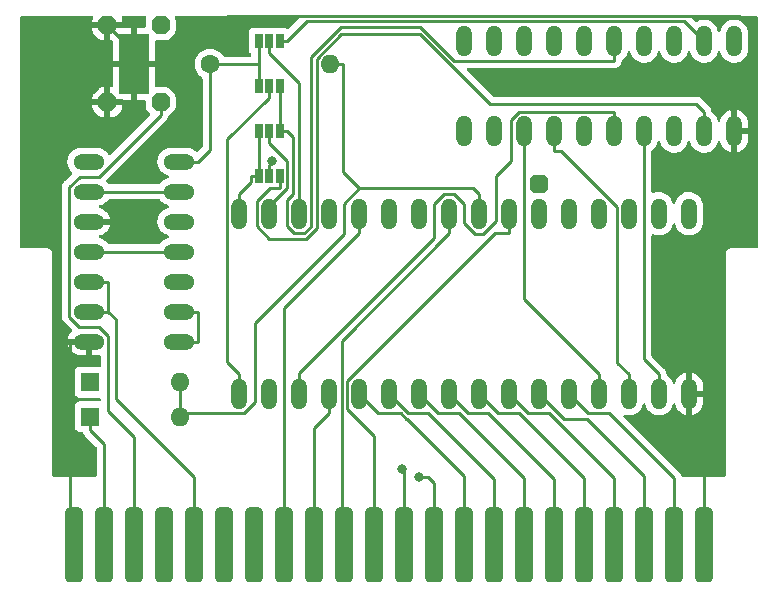
<source format=gbl>
G04 #@! TF.GenerationSoftware,KiCad,Pcbnew,(6.0.5)*
G04 #@! TF.CreationDate,2022-12-14T22:57:53+01:00*
G04 #@! TF.ProjectId,MDCC_512k,4d444343-5f35-4313-926b-2e6b69636164,C*
G04 #@! TF.SameCoordinates,Original*
G04 #@! TF.FileFunction,Copper,L2,Bot*
G04 #@! TF.FilePolarity,Positive*
%FSLAX46Y46*%
G04 Gerber Fmt 4.6, Leading zero omitted, Abs format (unit mm)*
G04 Created by KiCad (PCBNEW (6.0.5)) date 2022-12-14 22:57:53*
%MOMM*%
%LPD*%
G01*
G04 APERTURE LIST*
G04 Aperture macros list*
%AMRoundRect*
0 Rectangle with rounded corners*
0 $1 Rounding radius*
0 $2 $3 $4 $5 $6 $7 $8 $9 X,Y pos of 4 corners*
0 Add a 4 corners polygon primitive as box body*
4,1,4,$2,$3,$4,$5,$6,$7,$8,$9,$2,$3,0*
0 Add four circle primitives for the rounded corners*
1,1,$1+$1,$2,$3*
1,1,$1+$1,$4,$5*
1,1,$1+$1,$6,$7*
1,1,$1+$1,$8,$9*
0 Add four rect primitives between the rounded corners*
20,1,$1+$1,$2,$3,$4,$5,0*
20,1,$1+$1,$4,$5,$6,$7,0*
20,1,$1+$1,$6,$7,$8,$9,0*
20,1,$1+$1,$8,$9,$2,$3,0*%
%AMOutline5P*
0 Free polygon, 5 corners , with rotation*
0 The origin of the aperture is its center*
0 number of corners: always 5*
0 $1 to $10 corner X, Y*
0 $11 Rotation angle, in degrees counterclockwise*
0 create outline with 5 corners*
4,1,5,$1,$2,$3,$4,$5,$6,$7,$8,$9,$10,$1,$2,$11*%
%AMOutline6P*
0 Free polygon, 6 corners , with rotation*
0 The origin of the aperture is its center*
0 number of corners: always 6*
0 $1 to $12 corner X, Y*
0 $13 Rotation angle, in degrees counterclockwise*
0 create outline with 6 corners*
4,1,6,$1,$2,$3,$4,$5,$6,$7,$8,$9,$10,$11,$12,$1,$2,$13*%
%AMOutline7P*
0 Free polygon, 7 corners , with rotation*
0 The origin of the aperture is its center*
0 number of corners: always 7*
0 $1 to $14 corner X, Y*
0 $15 Rotation angle, in degrees counterclockwise*
0 create outline with 7 corners*
4,1,7,$1,$2,$3,$4,$5,$6,$7,$8,$9,$10,$11,$12,$13,$14,$1,$2,$15*%
%AMOutline8P*
0 Free polygon, 8 corners , with rotation*
0 The origin of the aperture is its center*
0 number of corners: always 8*
0 $1 to $16 corner X, Y*
0 $17 Rotation angle, in degrees counterclockwise*
0 create outline with 8 corners*
4,1,8,$1,$2,$3,$4,$5,$6,$7,$8,$9,$10,$11,$12,$13,$14,$15,$16,$1,$2,$17*%
G04 Aperture macros list end*
G04 #@! TA.AperFunction,ComponentPad*
%ADD10O,1.320800X2.641600*%
G04 #@! TD*
G04 #@! TA.AperFunction,SMDPad,CuDef*
%ADD11RoundRect,0.381000X-0.381000X-2.794000X0.381000X-2.794000X0.381000X2.794000X-0.381000X2.794000X0*%
G04 #@! TD*
G04 #@! TA.AperFunction,ComponentPad*
%ADD12R,1.600000X1.600000*%
G04 #@! TD*
G04 #@! TA.AperFunction,ComponentPad*
%ADD13O,1.600000X1.600000*%
G04 #@! TD*
G04 #@! TA.AperFunction,ComponentPad*
%ADD14O,2.641600X1.320800*%
G04 #@! TD*
G04 #@! TA.AperFunction,ComponentPad*
%ADD15C,1.600000*%
G04 #@! TD*
G04 #@! TA.AperFunction,ComponentPad*
%ADD16Outline8P,-0.800100X0.400050X-0.400050X0.800100X0.400050X0.800100X0.800100X0.400050X0.800100X-0.400050X0.400050X-0.800100X-0.400050X-0.800100X-0.800100X-0.400050X0.000000*%
G04 #@! TD*
G04 #@! TA.AperFunction,ComponentPad*
%ADD17Outline8P,-0.762000X0.381000X-0.381000X0.762000X0.381000X0.762000X0.762000X0.381000X0.762000X-0.381000X0.381000X-0.762000X-0.381000X-0.762000X-0.762000X-0.381000X270.000000*%
G04 #@! TD*
G04 #@! TA.AperFunction,SMDPad,CuDef*
%ADD18R,0.635000X1.270000*%
G04 #@! TD*
G04 #@! TA.AperFunction,SMDPad,CuDef*
%ADD19R,2.540000X5.080000*%
G04 #@! TD*
G04 #@! TA.AperFunction,ViaPad*
%ADD20C,0.800000*%
G04 #@! TD*
G04 #@! TA.AperFunction,Conductor*
%ADD21C,0.250000*%
G04 #@! TD*
G04 APERTURE END LIST*
D10*
X135801100Y-112993600D03*
X138341100Y-112993600D03*
X140881100Y-112993600D03*
X143421100Y-112993600D03*
X145961100Y-112993600D03*
X148501100Y-112993600D03*
X151041100Y-112993600D03*
X153581100Y-112993600D03*
X156121100Y-112993600D03*
X158661100Y-112993600D03*
X161201100Y-112993600D03*
X163741100Y-112993600D03*
X166281100Y-112993600D03*
X168821100Y-112993600D03*
X171361100Y-112993600D03*
X173901100Y-112993600D03*
X173901100Y-97753600D03*
X171361100Y-97753600D03*
X168821100Y-97753600D03*
X166281100Y-97753600D03*
X163741100Y-97753600D03*
X161201100Y-97753600D03*
X158661100Y-97753600D03*
X156121100Y-97753600D03*
X153581100Y-97753600D03*
X151041100Y-97753600D03*
X148501100Y-97753600D03*
X145961100Y-97753600D03*
X143421100Y-97753600D03*
X140881100Y-97753600D03*
X138341100Y-97753600D03*
X135801100Y-97753600D03*
D11*
X121841100Y-125828600D03*
X124381100Y-125828600D03*
X126921100Y-125828600D03*
X129461100Y-125828600D03*
X132001100Y-125828600D03*
X134541100Y-125828600D03*
X137081100Y-125828600D03*
X139621100Y-125828600D03*
X142161100Y-125828600D03*
X144701100Y-125828600D03*
X147241100Y-125828600D03*
X149781100Y-125828600D03*
X152321100Y-125828600D03*
X154861100Y-125828600D03*
X157401100Y-125828600D03*
X159941100Y-125828600D03*
X162481100Y-125828600D03*
X165021100Y-125828600D03*
X167561100Y-125828600D03*
X170101100Y-125828600D03*
X172641100Y-125828600D03*
X175181100Y-125828600D03*
D12*
X123190000Y-114935000D03*
D13*
X130810000Y-114935000D03*
D12*
X123190000Y-112020000D03*
D13*
X130810000Y-112020000D03*
D14*
X123101100Y-93345000D03*
X123101100Y-95885000D03*
X123101100Y-98425000D03*
X123101100Y-100965000D03*
X123101100Y-103505000D03*
X123101100Y-106045000D03*
X123101100Y-108585000D03*
X130721100Y-108585000D03*
X130721100Y-106045000D03*
X130721100Y-103505000D03*
X130721100Y-100965000D03*
X130721100Y-98425000D03*
X130721100Y-95885000D03*
X130721100Y-93345000D03*
D15*
X133350000Y-85090000D03*
D13*
X143510000Y-85090000D03*
D16*
X161201100Y-95213600D03*
D10*
X154851100Y-90768600D03*
X157391100Y-90768600D03*
X159931100Y-90768600D03*
X162471100Y-90768600D03*
X165011100Y-90768600D03*
X167551100Y-90768600D03*
X170091100Y-90768600D03*
X172631100Y-90768600D03*
X175171100Y-90768600D03*
X177711100Y-90768600D03*
X177711100Y-83148600D03*
X175171100Y-83148600D03*
X172631100Y-83148600D03*
X170091100Y-83148600D03*
X167551100Y-83148600D03*
X165011100Y-83148600D03*
X162471100Y-83148600D03*
X159931100Y-83148600D03*
X157391100Y-83148600D03*
X154851100Y-83148600D03*
D17*
X129161100Y-81803600D03*
X129161100Y-88303600D03*
X124661100Y-81803600D03*
X124661100Y-88303600D03*
D18*
X137452100Y-94578600D03*
X138341100Y-94578600D03*
X139230100Y-94578600D03*
X137452100Y-90768600D03*
X138341100Y-90768600D03*
X139230100Y-90768600D03*
D19*
X126911100Y-85053600D03*
D18*
X137452100Y-83148600D03*
X138341100Y-83148600D03*
X139230100Y-83148600D03*
X137452100Y-86958600D03*
X138341100Y-86958600D03*
X139230100Y-86958600D03*
D20*
X151019000Y-120015000D03*
X149611500Y-119336900D03*
X138558700Y-93314900D03*
D21*
X126911100Y-83861200D02*
X126718700Y-83861200D01*
X126718700Y-83861200D02*
X124661100Y-81803600D01*
X124699700Y-88265000D02*
X124661100Y-88303600D01*
X126911100Y-88265000D02*
X124699700Y-88265000D01*
X126911100Y-85053600D02*
X126911100Y-88265000D01*
X128139900Y-85090000D02*
X126911100Y-83861200D01*
X130810000Y-85090000D02*
X128139900Y-85090000D01*
X176722200Y-86802800D02*
X179070000Y-84455000D01*
X134881920Y-81018080D02*
X130810000Y-85090000D01*
X179070000Y-84455000D02*
X179070000Y-81915000D01*
X176722200Y-88130400D02*
X176722200Y-86802800D01*
X177711100Y-89119300D02*
X176722200Y-88130400D01*
X178173080Y-81018080D02*
X134881920Y-81018080D01*
X177711100Y-90768600D02*
X177711100Y-89119300D01*
X179070000Y-81915000D02*
X178173080Y-81018080D01*
X121451800Y-125439300D02*
X121841100Y-125828600D01*
X175181100Y-119936100D02*
X175181100Y-125828600D01*
X173901100Y-112993600D02*
X173901100Y-118656100D01*
X173901100Y-118656100D02*
X175181100Y-119936100D01*
X126911100Y-85053600D02*
X126911100Y-83861200D01*
X121451800Y-108585000D02*
X121451800Y-125439300D01*
X177711100Y-99385100D02*
X177711100Y-90768600D01*
X123101100Y-108585000D02*
X121451800Y-108585000D01*
X173901100Y-112993600D02*
X173901100Y-103195100D01*
X173901100Y-103195100D02*
X177711100Y-99385100D01*
X137452100Y-85090000D02*
X133350000Y-85090000D01*
X136806100Y-95099300D02*
X136806100Y-94578600D01*
X133350000Y-92365400D02*
X132370400Y-93345000D01*
X137452100Y-91732100D02*
X137452100Y-93615100D01*
X137452100Y-90768600D02*
X137452100Y-91732100D01*
X135801100Y-97753600D02*
X135801100Y-96104300D01*
X135801100Y-96104300D02*
X136806100Y-95099300D01*
X137452100Y-85090000D02*
X137452100Y-83148600D01*
X130721100Y-93345000D02*
X132370400Y-93345000D01*
X137452100Y-94096800D02*
X137452100Y-93615100D01*
X137452100Y-94578600D02*
X136806100Y-94578600D01*
X133350000Y-85090000D02*
X133350000Y-92365400D01*
X137452100Y-94096800D02*
X137452100Y-94578600D01*
X137452100Y-86958600D02*
X137452100Y-85090000D01*
X143510000Y-85090000D02*
X144638500Y-85090000D01*
X144691100Y-99513900D02*
X137187000Y-107018000D01*
X130810000Y-114651300D02*
X130810000Y-114935000D01*
X156121100Y-97753600D02*
X156121100Y-96104300D01*
X136202500Y-114651300D02*
X130810000Y-114651300D01*
X144638500Y-94224100D02*
X145998700Y-95584300D01*
X144638500Y-85090000D02*
X144638500Y-94224100D01*
X145998700Y-95584300D02*
X144691100Y-96891900D01*
X156121100Y-96104300D02*
X155601100Y-95584300D01*
X130810000Y-112020000D02*
X130810000Y-114651300D01*
X144691100Y-96891900D02*
X144691100Y-99513900D01*
X137187000Y-113666800D02*
X136202500Y-114651300D01*
X137187000Y-107018000D02*
X137187000Y-113666800D01*
X155601100Y-95584300D02*
X145998700Y-95584300D01*
X124381100Y-117254600D02*
X124381100Y-125828600D01*
X123190000Y-116063500D02*
X124381100Y-117254600D01*
X123190000Y-114935000D02*
X123190000Y-116063500D01*
X130721100Y-95885000D02*
X123101100Y-95885000D01*
X130721100Y-100965000D02*
X123101100Y-100965000D01*
X130721100Y-108585000D02*
X132370400Y-108585000D01*
X130721100Y-106045000D02*
X132370400Y-106045000D01*
X132370400Y-106045000D02*
X132370400Y-108585000D01*
X125391800Y-106686400D02*
X124750400Y-106045000D01*
X132001100Y-120015000D02*
X125391800Y-113405700D01*
X132001100Y-125828600D02*
X132001100Y-120015000D01*
X125391800Y-113405700D02*
X125391800Y-106686400D01*
X124750400Y-106045000D02*
X124750400Y-103505000D01*
X123101100Y-103505000D02*
X124750400Y-103505000D01*
X124637000Y-106045000D02*
X124750400Y-106045000D01*
X123101100Y-106045000D02*
X124637000Y-106045000D01*
X139876200Y-93267200D02*
X139876200Y-95539000D01*
X138341100Y-90768600D02*
X138341100Y-91732100D01*
X138341100Y-91732100D02*
X139876200Y-93267200D01*
X139876200Y-95539000D02*
X138341100Y-97074100D01*
X138341100Y-97074100D02*
X138341100Y-97753600D01*
X138341100Y-83148600D02*
X138341100Y-84112100D01*
X138341100Y-84112100D02*
X140881100Y-86652100D01*
X140881100Y-86652100D02*
X140881100Y-97753600D01*
X145961100Y-97753600D02*
X145961100Y-99402900D01*
X139621100Y-125828600D02*
X139621100Y-105742900D01*
X139621100Y-105742900D02*
X145961100Y-99402900D01*
X151765000Y-120015000D02*
X152321100Y-120571100D01*
X152321100Y-120571100D02*
X152321100Y-125828600D01*
X151019000Y-120015000D02*
X151765000Y-120015000D01*
X149781100Y-119506500D02*
X149611500Y-119336900D01*
X149781100Y-125828600D02*
X149781100Y-119506500D01*
X153581100Y-97753600D02*
X153581100Y-99402900D01*
X144482800Y-125610300D02*
X144482800Y-108501200D01*
X144482800Y-108501200D02*
X153581100Y-99402900D01*
X144701100Y-125828600D02*
X144482800Y-125610300D01*
X144941500Y-114313400D02*
X144941500Y-111953400D01*
X147241100Y-116613000D02*
X144941500Y-114313400D01*
X147241100Y-125828600D02*
X147241100Y-116613000D01*
X158661100Y-97753600D02*
X158661100Y-99402900D01*
X157492000Y-99402900D02*
X158661100Y-99402900D01*
X144941500Y-111953400D02*
X157492000Y-99402900D01*
X170091100Y-90768600D02*
X170091100Y-110074300D01*
X171361100Y-112993600D02*
X171361100Y-111344300D01*
X170091100Y-110074300D02*
X171361100Y-111344300D01*
X162471100Y-92417900D02*
X163059200Y-92417900D01*
X168821100Y-112993600D02*
X168821100Y-111344300D01*
X162471100Y-90768600D02*
X162471100Y-92417900D01*
X163059200Y-92417900D02*
X167832200Y-97190900D01*
X167832200Y-97190900D02*
X167832200Y-110355400D01*
X167832200Y-110355400D02*
X168821100Y-111344300D01*
X166281100Y-112993600D02*
X166281100Y-111344300D01*
X159931100Y-90768600D02*
X159931100Y-104994300D01*
X159931100Y-104994300D02*
X166281100Y-111344300D01*
X165389620Y-114642120D02*
X163741100Y-112993600D01*
X172641100Y-125828600D02*
X172641100Y-120152000D01*
X167131220Y-114642120D02*
X165389620Y-114642120D01*
X172641100Y-120152000D02*
X167131220Y-114642120D01*
X165259840Y-115094840D02*
X163302340Y-115094840D01*
X170101100Y-125828600D02*
X170101100Y-119936100D01*
X163302340Y-115094840D02*
X161201100Y-112993600D01*
X170101100Y-119936100D02*
X165259840Y-115094840D01*
X160309620Y-114642120D02*
X158661100Y-112993600D01*
X167561100Y-125828600D02*
X167561100Y-120152000D01*
X167561100Y-120152000D02*
X162051220Y-114642120D01*
X162051220Y-114642120D02*
X160309620Y-114642120D01*
X157769620Y-114642120D02*
X156121100Y-112993600D01*
X159511220Y-114642120D02*
X157769620Y-114642120D01*
X165021100Y-120152000D02*
X159511220Y-114642120D01*
X165021100Y-125828600D02*
X165021100Y-120152000D01*
X156920420Y-114642120D02*
X155229620Y-114642120D01*
X155229620Y-114642120D02*
X153581100Y-112993600D01*
X162481100Y-120202800D02*
X156920420Y-114642120D01*
X162481100Y-125828600D02*
X162481100Y-120202800D01*
X154431220Y-114642120D02*
X152689620Y-114642120D01*
X159941100Y-120152000D02*
X154431220Y-114642120D01*
X152689620Y-114642120D02*
X151041100Y-112993600D01*
X159941100Y-125828600D02*
X159941100Y-120152000D01*
X157401100Y-120202800D02*
X151840420Y-114642120D01*
X150149620Y-114642120D02*
X148501100Y-112993600D01*
X157401100Y-125828600D02*
X157401100Y-120202800D01*
X151840420Y-114642120D02*
X150149620Y-114642120D01*
X149962097Y-115094839D02*
X149509378Y-114642120D01*
X154861100Y-119936100D02*
X150019840Y-115094840D01*
X154861100Y-125828600D02*
X154861100Y-119936100D01*
X150019840Y-115094840D02*
X149962097Y-115094839D01*
X147609620Y-114642120D02*
X145961100Y-112993600D01*
X149509378Y-114642120D02*
X147609620Y-114642120D01*
X142161100Y-125828600D02*
X142161100Y-115902900D01*
X143421100Y-112993600D02*
X143421100Y-114642900D01*
X142161100Y-115902900D02*
X143421100Y-114642900D01*
X140881100Y-111207100D02*
X140881100Y-112993600D01*
X158821600Y-93310800D02*
X157551600Y-94580800D01*
X158821600Y-89811100D02*
X158821600Y-93310800D01*
X152311100Y-99777100D02*
X140881100Y-111207100D01*
X159513400Y-89119300D02*
X158821600Y-89811100D01*
X157551600Y-98384800D02*
X156483900Y-99452500D01*
X154851100Y-96904000D02*
X154037800Y-96090700D01*
X157551600Y-94580800D02*
X157551600Y-98384800D01*
X167551100Y-89119300D02*
X159513400Y-89119300D01*
X153185000Y-96090700D02*
X152311100Y-96964600D01*
X154851100Y-98555000D02*
X154851100Y-96904000D01*
X167551100Y-90768600D02*
X167551100Y-89119300D01*
X156483900Y-99452500D02*
X155748600Y-99452500D01*
X154037800Y-96090700D02*
X153185000Y-96090700D01*
X155748600Y-99452500D02*
X154851100Y-98555000D01*
X152311100Y-96964600D02*
X152311100Y-99777100D01*
X138341100Y-93615100D02*
X138558700Y-93397500D01*
X138341100Y-94578600D02*
X138341100Y-93615100D01*
X138558700Y-93397500D02*
X138558700Y-93314900D01*
X135801100Y-112993600D02*
X135801100Y-111344300D01*
X138341100Y-86958600D02*
X138341100Y-87922100D01*
X134793400Y-110336600D02*
X135801100Y-111344300D01*
X138341100Y-87922100D02*
X134793400Y-91469800D01*
X134793400Y-91469800D02*
X134793400Y-110336600D01*
X140358500Y-91251000D02*
X140358500Y-96075400D01*
X140451600Y-99403000D02*
X141306100Y-99403000D01*
X144430980Y-81923520D02*
X151138520Y-81923520D01*
X141870700Y-84483800D02*
X144430980Y-81923520D01*
X139876100Y-90768600D02*
X140358500Y-91251000D01*
X139230100Y-90768600D02*
X139876100Y-90768600D01*
X140358500Y-96075400D02*
X139875900Y-96558000D01*
X139875900Y-96558000D02*
X139875900Y-98827300D01*
X167551100Y-84797900D02*
X167551100Y-83148600D01*
X151138520Y-81923520D02*
X154012900Y-84797900D01*
X141306100Y-99403000D02*
X141870700Y-98838400D01*
X139230100Y-86958600D02*
X139230100Y-90768600D01*
X141870700Y-98838400D02*
X141870700Y-84483800D01*
X154012900Y-84797900D02*
X167551100Y-84797900D01*
X139875900Y-98827300D02*
X140451600Y-99403000D01*
X141553900Y-81470800D02*
X173493300Y-81470800D01*
X139230100Y-83148600D02*
X139876100Y-83148600D01*
X139876100Y-83148600D02*
X141553900Y-81470800D01*
X173493300Y-81470800D02*
X175171100Y-83148600D01*
X142382289Y-84622886D02*
X142382289Y-98991111D01*
X174529700Y-88477900D02*
X157052658Y-88477900D01*
X175171100Y-90768600D02*
X175171100Y-89119300D01*
X175171100Y-89119300D02*
X174529700Y-88477900D01*
X144455175Y-82550000D02*
X142382289Y-84622886D01*
X157052658Y-88477900D02*
X151124758Y-82550000D01*
X138381200Y-99875900D02*
X137343100Y-98837800D01*
X151124758Y-82550000D02*
X144455175Y-82550000D01*
X138453300Y-95542100D02*
X139230100Y-95542100D01*
X137343100Y-98837800D02*
X137343100Y-96652300D01*
X142382289Y-98991111D02*
X141497500Y-99875900D01*
X137343100Y-96652300D02*
X138453300Y-95542100D01*
X139230100Y-95542100D02*
X139230100Y-94578600D01*
X141497500Y-99875900D02*
X138381200Y-99875900D01*
X124750400Y-114461700D02*
X126921100Y-116632400D01*
X123922400Y-107315000D02*
X124750400Y-108143000D01*
X126921100Y-116632400D02*
X126921100Y-125828600D01*
X122287400Y-107315000D02*
X123922400Y-107315000D01*
X122307500Y-94615000D02*
X121434300Y-95488200D01*
X129161100Y-88303600D02*
X129161100Y-89395400D01*
X121434300Y-95488200D02*
X121434300Y-106461900D01*
X123941500Y-94615000D02*
X122307500Y-94615000D01*
X129161100Y-89395400D02*
X123941500Y-94615000D01*
X124750400Y-108143000D02*
X124750400Y-114461700D01*
X121434300Y-106461900D02*
X122287400Y-107315000D01*
G04 #@! TA.AperFunction,Conductor*
G36*
X179684721Y-81032102D02*
G01*
X179731214Y-81085758D01*
X179742600Y-81138100D01*
X179742600Y-100559100D01*
X179722598Y-100627221D01*
X179668942Y-100673714D01*
X179616600Y-100685100D01*
X177509723Y-100685100D01*
X177508953Y-100685098D01*
X177508137Y-100685093D01*
X177431379Y-100684624D01*
X177409018Y-100691015D01*
X177402947Y-100692750D01*
X177386185Y-100696328D01*
X177356913Y-100700520D01*
X177348745Y-100704234D01*
X177348744Y-100704234D01*
X177333538Y-100711148D01*
X177316014Y-100717596D01*
X177291329Y-100724651D01*
X177283735Y-100729443D01*
X177283732Y-100729444D01*
X177266320Y-100740430D01*
X177251237Y-100748569D01*
X177224318Y-100760808D01*
X177217516Y-100766669D01*
X177204865Y-100777570D01*
X177189861Y-100788673D01*
X177168142Y-100802376D01*
X177162203Y-100809101D01*
X177162199Y-100809104D01*
X177148568Y-100824538D01*
X177136376Y-100836582D01*
X177120773Y-100850027D01*
X177120771Y-100850030D01*
X177113973Y-100855887D01*
X177109093Y-100863416D01*
X177109092Y-100863417D01*
X177100006Y-100877435D01*
X177088715Y-100892309D01*
X177077669Y-100904817D01*
X177071722Y-100911551D01*
X177065412Y-100924991D01*
X177059158Y-100938311D01*
X177050837Y-100953291D01*
X177039629Y-100970583D01*
X177039627Y-100970588D01*
X177034748Y-100978115D01*
X177032178Y-100986708D01*
X177032176Y-100986713D01*
X177027389Y-101002720D01*
X177020728Y-101020164D01*
X177013633Y-101035276D01*
X177009819Y-101043400D01*
X177008438Y-101052267D01*
X177008438Y-101052268D01*
X177005270Y-101072615D01*
X177001487Y-101089332D01*
X176995585Y-101109066D01*
X176995584Y-101109072D01*
X176993014Y-101117666D01*
X176992959Y-101126637D01*
X176992959Y-101126638D01*
X176992804Y-101152097D01*
X176992771Y-101152889D01*
X176992600Y-101153986D01*
X176992600Y-101184977D01*
X176992598Y-101185747D01*
X176992124Y-101263321D01*
X176992508Y-101264665D01*
X176992600Y-101266010D01*
X176992600Y-119889000D01*
X176972598Y-119957121D01*
X176918942Y-120003614D01*
X176866600Y-120015000D01*
X173355594Y-120015000D01*
X173287473Y-119994998D01*
X173240980Y-119941342D01*
X173234600Y-119924160D01*
X173227118Y-119898407D01*
X173223085Y-119891588D01*
X173223083Y-119891583D01*
X173216807Y-119880972D01*
X173208112Y-119863224D01*
X173200652Y-119844383D01*
X173181677Y-119818265D01*
X173174664Y-119808613D01*
X173168148Y-119798693D01*
X173149680Y-119767465D01*
X173149678Y-119767462D01*
X173145642Y-119760638D01*
X173131321Y-119746317D01*
X173118480Y-119731283D01*
X173117193Y-119729512D01*
X173106572Y-119714893D01*
X173072495Y-119686702D01*
X173063716Y-119678712D01*
X168378047Y-114993042D01*
X168344021Y-114930730D01*
X168349086Y-114859915D01*
X168391633Y-114803079D01*
X168458153Y-114778268D01*
X168491723Y-114780368D01*
X168692726Y-114820350D01*
X168692729Y-114820350D01*
X168698393Y-114821477D01*
X168704168Y-114821553D01*
X168704172Y-114821553D01*
X168811845Y-114822962D01*
X168913204Y-114824289D01*
X168918901Y-114823310D01*
X168918902Y-114823310D01*
X169119233Y-114788887D01*
X169119234Y-114788887D01*
X169124930Y-114787908D01*
X169326480Y-114713552D01*
X169511106Y-114603712D01*
X169515446Y-114599906D01*
X169515450Y-114599903D01*
X169668282Y-114465872D01*
X169672623Y-114462065D01*
X169694324Y-114434538D01*
X169802045Y-114297893D01*
X169805622Y-114293356D01*
X169808459Y-114287965D01*
X169902958Y-114108351D01*
X169905650Y-114103235D01*
X169969355Y-113898069D01*
X169969462Y-113897163D01*
X170002439Y-113836079D01*
X170064588Y-113801757D01*
X170135427Y-113806483D01*
X170192465Y-113848758D01*
X170213228Y-113890546D01*
X170265162Y-114074691D01*
X170267715Y-114079868D01*
X170267717Y-114079873D01*
X170348470Y-114243622D01*
X170360179Y-114267365D01*
X170488716Y-114439498D01*
X170492950Y-114443412D01*
X170492952Y-114443414D01*
X170641800Y-114581007D01*
X170646470Y-114585324D01*
X170828157Y-114699960D01*
X171027692Y-114779566D01*
X171033352Y-114780692D01*
X171033356Y-114780693D01*
X171232726Y-114820350D01*
X171232729Y-114820350D01*
X171238393Y-114821477D01*
X171244168Y-114821553D01*
X171244172Y-114821553D01*
X171351845Y-114822962D01*
X171453204Y-114824289D01*
X171458901Y-114823310D01*
X171458902Y-114823310D01*
X171659233Y-114788887D01*
X171659234Y-114788887D01*
X171664930Y-114787908D01*
X171866480Y-114713552D01*
X172051106Y-114603712D01*
X172055446Y-114599906D01*
X172055450Y-114599903D01*
X172208282Y-114465872D01*
X172212623Y-114462065D01*
X172234324Y-114434538D01*
X172342045Y-114297893D01*
X172345622Y-114293356D01*
X172348459Y-114287965D01*
X172442958Y-114108351D01*
X172445650Y-114103235D01*
X172509355Y-113898069D01*
X172509559Y-113896344D01*
X172542668Y-113835023D01*
X172604818Y-113800704D01*
X172675657Y-113805435D01*
X172732693Y-113847712D01*
X172753452Y-113889496D01*
X172804062Y-114068947D01*
X172808187Y-114079694D01*
X172898052Y-114261922D01*
X172904062Y-114271730D01*
X173025636Y-114434538D01*
X173033325Y-114443078D01*
X173182536Y-114581007D01*
X173191661Y-114588008D01*
X173363501Y-114696431D01*
X173373749Y-114701652D01*
X173562467Y-114776943D01*
X173573503Y-114780212D01*
X173629330Y-114791317D01*
X173642206Y-114790165D01*
X173646183Y-114777848D01*
X174155100Y-114777848D01*
X174158906Y-114790810D01*
X174173822Y-114792746D01*
X174199103Y-114788402D01*
X174210223Y-114785422D01*
X174400848Y-114715097D01*
X174411226Y-114710147D01*
X174585843Y-114606261D01*
X174595155Y-114599495D01*
X174747918Y-114465526D01*
X174755835Y-114457183D01*
X174881623Y-114297622D01*
X174887894Y-114287965D01*
X174982494Y-114108160D01*
X174986899Y-114097526D01*
X175047151Y-113903482D01*
X175049543Y-113892228D01*
X175069064Y-113727302D01*
X175069500Y-113719899D01*
X175069500Y-113265715D01*
X175065025Y-113250476D01*
X175063635Y-113249271D01*
X175055952Y-113247600D01*
X174173215Y-113247600D01*
X174157976Y-113252075D01*
X174156771Y-113253465D01*
X174155100Y-113261148D01*
X174155100Y-114777848D01*
X173646183Y-114777848D01*
X173647100Y-114775009D01*
X173647100Y-112721485D01*
X174155100Y-112721485D01*
X174159575Y-112736724D01*
X174160965Y-112737929D01*
X174168648Y-112739600D01*
X175051385Y-112739600D01*
X175066624Y-112735125D01*
X175067829Y-112733735D01*
X175069500Y-112726052D01*
X175069500Y-112281619D01*
X175069234Y-112275830D01*
X175055386Y-112125121D01*
X175053288Y-112113800D01*
X174998138Y-111918253D01*
X174994013Y-111907506D01*
X174904148Y-111725278D01*
X174898138Y-111715470D01*
X174776564Y-111552662D01*
X174768875Y-111544122D01*
X174619664Y-111406193D01*
X174610539Y-111399192D01*
X174438699Y-111290769D01*
X174428451Y-111285548D01*
X174239733Y-111210257D01*
X174228697Y-111206988D01*
X174172870Y-111195883D01*
X174159994Y-111197035D01*
X174155100Y-111212191D01*
X174155100Y-112721485D01*
X173647100Y-112721485D01*
X173647100Y-111209352D01*
X173643294Y-111196390D01*
X173628378Y-111194454D01*
X173603097Y-111198798D01*
X173591977Y-111201778D01*
X173401352Y-111272103D01*
X173390974Y-111277053D01*
X173216357Y-111380939D01*
X173207045Y-111387705D01*
X173054282Y-111521674D01*
X173046365Y-111530017D01*
X172920577Y-111689578D01*
X172914306Y-111699235D01*
X172819706Y-111879040D01*
X172815301Y-111889674D01*
X172755047Y-112083723D01*
X172753779Y-112089690D01*
X172720049Y-112152163D01*
X172657899Y-112186482D01*
X172587060Y-112181753D01*
X172530023Y-112139476D01*
X172509265Y-112097694D01*
X172457038Y-111912509D01*
X172362021Y-111719835D01*
X172233484Y-111547702D01*
X172229248Y-111543786D01*
X172079970Y-111405795D01*
X172079967Y-111405793D01*
X172075730Y-111401876D01*
X172053270Y-111387705D01*
X172051725Y-111386730D01*
X172004786Y-111333463D01*
X171993022Y-111284128D01*
X171992022Y-111252330D01*
X171991773Y-111244410D01*
X171986122Y-111224958D01*
X171982114Y-111205606D01*
X171980968Y-111196537D01*
X171979574Y-111185503D01*
X171976656Y-111178132D01*
X171963300Y-111144397D01*
X171959455Y-111133170D01*
X171958821Y-111130987D01*
X171947118Y-111090707D01*
X171943082Y-111083882D01*
X171943081Y-111083879D01*
X171936806Y-111073268D01*
X171928110Y-111055518D01*
X171923572Y-111044056D01*
X171923569Y-111044051D01*
X171920652Y-111036683D01*
X171898860Y-111006688D01*
X171894673Y-111000925D01*
X171888157Y-110991007D01*
X171869675Y-110959757D01*
X171865642Y-110952937D01*
X171851318Y-110938613D01*
X171838476Y-110923578D01*
X171831231Y-110913606D01*
X171826572Y-110907193D01*
X171792506Y-110879011D01*
X171783727Y-110871022D01*
X170761505Y-109848800D01*
X170727479Y-109786488D01*
X170724600Y-109759705D01*
X170724600Y-99604571D01*
X170744602Y-99536450D01*
X170798258Y-99489957D01*
X170868532Y-99479853D01*
X170897289Y-99487541D01*
X171027692Y-99539566D01*
X171033352Y-99540692D01*
X171033356Y-99540693D01*
X171232726Y-99580350D01*
X171232729Y-99580350D01*
X171238393Y-99581477D01*
X171244168Y-99581553D01*
X171244172Y-99581553D01*
X171351845Y-99582962D01*
X171453204Y-99584289D01*
X171458901Y-99583310D01*
X171458902Y-99583310D01*
X171659233Y-99548887D01*
X171659234Y-99548887D01*
X171664930Y-99547908D01*
X171866480Y-99473552D01*
X172051106Y-99363712D01*
X172055446Y-99359906D01*
X172055450Y-99359903D01*
X172208282Y-99225872D01*
X172212623Y-99222065D01*
X172237661Y-99190305D01*
X172281460Y-99134745D01*
X172345622Y-99053356D01*
X172362022Y-99022186D01*
X172442958Y-98868351D01*
X172445650Y-98863235D01*
X172509355Y-98658069D01*
X172509462Y-98657163D01*
X172542439Y-98596079D01*
X172604588Y-98561757D01*
X172675427Y-98566483D01*
X172732465Y-98608758D01*
X172753228Y-98650546D01*
X172805162Y-98834691D01*
X172807715Y-98839868D01*
X172807717Y-98839873D01*
X172868240Y-98962599D01*
X172900179Y-99027365D01*
X173028716Y-99199498D01*
X173032950Y-99203412D01*
X173032952Y-99203414D01*
X173140785Y-99303093D01*
X173186470Y-99345324D01*
X173368157Y-99459960D01*
X173373521Y-99462100D01*
X173523758Y-99522038D01*
X173567692Y-99539566D01*
X173573352Y-99540692D01*
X173573356Y-99540693D01*
X173772726Y-99580350D01*
X173772729Y-99580350D01*
X173778393Y-99581477D01*
X173784168Y-99581553D01*
X173784172Y-99581553D01*
X173891845Y-99582962D01*
X173993204Y-99584289D01*
X173998901Y-99583310D01*
X173998902Y-99583310D01*
X174199233Y-99548887D01*
X174199234Y-99548887D01*
X174204930Y-99547908D01*
X174406480Y-99473552D01*
X174591106Y-99363712D01*
X174595446Y-99359906D01*
X174595450Y-99359903D01*
X174748282Y-99225872D01*
X174752623Y-99222065D01*
X174777661Y-99190305D01*
X174821460Y-99134745D01*
X174885622Y-99053356D01*
X174902022Y-99022186D01*
X174982958Y-98868351D01*
X174985650Y-98863235D01*
X175049355Y-98658069D01*
X175051550Y-98639526D01*
X175069564Y-98487331D01*
X175069564Y-98487324D01*
X175070000Y-98483644D01*
X175070000Y-97038698D01*
X175055351Y-96879272D01*
X175051593Y-96865945D01*
X175016100Y-96740099D01*
X174997038Y-96672509D01*
X174958690Y-96594746D01*
X174904575Y-96485014D01*
X174902021Y-96479835D01*
X174813830Y-96361732D01*
X174776937Y-96312326D01*
X174776936Y-96312325D01*
X174773484Y-96307702D01*
X174761159Y-96296309D01*
X174619970Y-96165795D01*
X174619967Y-96165793D01*
X174615730Y-96161876D01*
X174434043Y-96047240D01*
X174265927Y-95980169D01*
X174239872Y-95969774D01*
X174234508Y-95967634D01*
X174228848Y-95966508D01*
X174228844Y-95966507D01*
X174029474Y-95926850D01*
X174029471Y-95926850D01*
X174023807Y-95925723D01*
X174018032Y-95925647D01*
X174018028Y-95925647D01*
X173910355Y-95924238D01*
X173808996Y-95922911D01*
X173803299Y-95923890D01*
X173803298Y-95923890D01*
X173671360Y-95946561D01*
X173597270Y-95959292D01*
X173395720Y-96033648D01*
X173211094Y-96143488D01*
X173206754Y-96147294D01*
X173206750Y-96147297D01*
X173074469Y-96263305D01*
X173049577Y-96285135D01*
X172916578Y-96453844D01*
X172913889Y-96458955D01*
X172913887Y-96458958D01*
X172882561Y-96518500D01*
X172816550Y-96643965D01*
X172752845Y-96849131D01*
X172752738Y-96850037D01*
X172719761Y-96911121D01*
X172657612Y-96945443D01*
X172586773Y-96940717D01*
X172529735Y-96898442D01*
X172508972Y-96856654D01*
X172476100Y-96740099D01*
X172457038Y-96672509D01*
X172418690Y-96594746D01*
X172364575Y-96485014D01*
X172362021Y-96479835D01*
X172273830Y-96361732D01*
X172236937Y-96312326D01*
X172236936Y-96312325D01*
X172233484Y-96307702D01*
X172221159Y-96296309D01*
X172079970Y-96165795D01*
X172079967Y-96165793D01*
X172075730Y-96161876D01*
X171894043Y-96047240D01*
X171725927Y-95980169D01*
X171699872Y-95969774D01*
X171694508Y-95967634D01*
X171688848Y-95966508D01*
X171688844Y-95966507D01*
X171489474Y-95926850D01*
X171489471Y-95926850D01*
X171483807Y-95925723D01*
X171478032Y-95925647D01*
X171478028Y-95925647D01*
X171370355Y-95924238D01*
X171268996Y-95922911D01*
X171263299Y-95923890D01*
X171263298Y-95923890D01*
X171131360Y-95946561D01*
X171057270Y-95959292D01*
X170926036Y-96007707D01*
X170894211Y-96019448D01*
X170823378Y-96024260D01*
X170761187Y-95990013D01*
X170727385Y-95927580D01*
X170724600Y-95901236D01*
X170724600Y-92483313D01*
X170744602Y-92415192D01*
X170776429Y-92381494D01*
X170781106Y-92378712D01*
X170785440Y-92374911D01*
X170785443Y-92374909D01*
X170938282Y-92240872D01*
X170942623Y-92237065D01*
X170964324Y-92209538D01*
X171072045Y-92072893D01*
X171075622Y-92068356D01*
X171078459Y-92062965D01*
X171129121Y-91966672D01*
X171175650Y-91878235D01*
X171225940Y-91716273D01*
X171237643Y-91678583D01*
X171237643Y-91678582D01*
X171239355Y-91673069D01*
X171239462Y-91672163D01*
X171272439Y-91611079D01*
X171334588Y-91576757D01*
X171405427Y-91581483D01*
X171462465Y-91623758D01*
X171483228Y-91665546D01*
X171535162Y-91849691D01*
X171537715Y-91854868D01*
X171537717Y-91854873D01*
X171565939Y-91912100D01*
X171630179Y-92042365D01*
X171649587Y-92068356D01*
X171742154Y-92192318D01*
X171758716Y-92214498D01*
X171762950Y-92218412D01*
X171762952Y-92218414D01*
X171911800Y-92356007D01*
X171916470Y-92360324D01*
X172098157Y-92474960D01*
X172103521Y-92477100D01*
X172270068Y-92543545D01*
X172297692Y-92554566D01*
X172303352Y-92555692D01*
X172303356Y-92555693D01*
X172502726Y-92595350D01*
X172502729Y-92595350D01*
X172508393Y-92596477D01*
X172514168Y-92596553D01*
X172514172Y-92596553D01*
X172621845Y-92597962D01*
X172723204Y-92599289D01*
X172728901Y-92598310D01*
X172728902Y-92598310D01*
X172929233Y-92563887D01*
X172929234Y-92563887D01*
X172934930Y-92562908D01*
X173136480Y-92488552D01*
X173321106Y-92378712D01*
X173325446Y-92374906D01*
X173325450Y-92374903D01*
X173478282Y-92240872D01*
X173482623Y-92237065D01*
X173504324Y-92209538D01*
X173612045Y-92072893D01*
X173615622Y-92068356D01*
X173618459Y-92062965D01*
X173669121Y-91966672D01*
X173715650Y-91878235D01*
X173765940Y-91716273D01*
X173777643Y-91678583D01*
X173777643Y-91678582D01*
X173779355Y-91673069D01*
X173779462Y-91672163D01*
X173812439Y-91611079D01*
X173874588Y-91576757D01*
X173945427Y-91581483D01*
X174002465Y-91623758D01*
X174023228Y-91665546D01*
X174075162Y-91849691D01*
X174077715Y-91854868D01*
X174077717Y-91854873D01*
X174105939Y-91912100D01*
X174170179Y-92042365D01*
X174189587Y-92068356D01*
X174282154Y-92192318D01*
X174298716Y-92214498D01*
X174302950Y-92218412D01*
X174302952Y-92218414D01*
X174451800Y-92356007D01*
X174456470Y-92360324D01*
X174638157Y-92474960D01*
X174643521Y-92477100D01*
X174810068Y-92543545D01*
X174837692Y-92554566D01*
X174843352Y-92555692D01*
X174843356Y-92555693D01*
X175042726Y-92595350D01*
X175042729Y-92595350D01*
X175048393Y-92596477D01*
X175054168Y-92596553D01*
X175054172Y-92596553D01*
X175161845Y-92597962D01*
X175263204Y-92599289D01*
X175268901Y-92598310D01*
X175268902Y-92598310D01*
X175469233Y-92563887D01*
X175469234Y-92563887D01*
X175474930Y-92562908D01*
X175676480Y-92488552D01*
X175861106Y-92378712D01*
X175865446Y-92374906D01*
X175865450Y-92374903D01*
X176018282Y-92240872D01*
X176022623Y-92237065D01*
X176044324Y-92209538D01*
X176152045Y-92072893D01*
X176155622Y-92068356D01*
X176158459Y-92062965D01*
X176209121Y-91966672D01*
X176255650Y-91878235D01*
X176319355Y-91673069D01*
X176319559Y-91671344D01*
X176352668Y-91610023D01*
X176414818Y-91575704D01*
X176485657Y-91580435D01*
X176542693Y-91622712D01*
X176563452Y-91664496D01*
X176614062Y-91843947D01*
X176618187Y-91854694D01*
X176708052Y-92036922D01*
X176714062Y-92046730D01*
X176835636Y-92209538D01*
X176843325Y-92218078D01*
X176992536Y-92356007D01*
X177001661Y-92363008D01*
X177173501Y-92471431D01*
X177183749Y-92476652D01*
X177372467Y-92551943D01*
X177383503Y-92555212D01*
X177439330Y-92566317D01*
X177452206Y-92565165D01*
X177456183Y-92552848D01*
X177965100Y-92552848D01*
X177968906Y-92565810D01*
X177983822Y-92567746D01*
X178009103Y-92563402D01*
X178020223Y-92560422D01*
X178210848Y-92490097D01*
X178221226Y-92485147D01*
X178395843Y-92381261D01*
X178405155Y-92374495D01*
X178557918Y-92240526D01*
X178565835Y-92232183D01*
X178691623Y-92072622D01*
X178697894Y-92062965D01*
X178792494Y-91883160D01*
X178796899Y-91872526D01*
X178857151Y-91678482D01*
X178859543Y-91667228D01*
X178879064Y-91502302D01*
X178879500Y-91494899D01*
X178879500Y-91040715D01*
X178875025Y-91025476D01*
X178873635Y-91024271D01*
X178865952Y-91022600D01*
X177983215Y-91022600D01*
X177967976Y-91027075D01*
X177966771Y-91028465D01*
X177965100Y-91036148D01*
X177965100Y-92552848D01*
X177456183Y-92552848D01*
X177457100Y-92550009D01*
X177457100Y-90496485D01*
X177965100Y-90496485D01*
X177969575Y-90511724D01*
X177970965Y-90512929D01*
X177978648Y-90514600D01*
X178861385Y-90514600D01*
X178876624Y-90510125D01*
X178877829Y-90508735D01*
X178879500Y-90501052D01*
X178879500Y-90056619D01*
X178879234Y-90050830D01*
X178865386Y-89900121D01*
X178863288Y-89888800D01*
X178808138Y-89693253D01*
X178804013Y-89682506D01*
X178714148Y-89500278D01*
X178708138Y-89490470D01*
X178586564Y-89327662D01*
X178578875Y-89319122D01*
X178429664Y-89181193D01*
X178420539Y-89174192D01*
X178248699Y-89065769D01*
X178238451Y-89060548D01*
X178049733Y-88985257D01*
X178038697Y-88981988D01*
X177982870Y-88970883D01*
X177969994Y-88972035D01*
X177965100Y-88987191D01*
X177965100Y-90496485D01*
X177457100Y-90496485D01*
X177457100Y-88984352D01*
X177453294Y-88971390D01*
X177438378Y-88969454D01*
X177413097Y-88973798D01*
X177401977Y-88976778D01*
X177211352Y-89047103D01*
X177200974Y-89052053D01*
X177026357Y-89155939D01*
X177017045Y-89162705D01*
X176864282Y-89296674D01*
X176856365Y-89305017D01*
X176730577Y-89464578D01*
X176724306Y-89474235D01*
X176629706Y-89654040D01*
X176625301Y-89664674D01*
X176565047Y-89858723D01*
X176563779Y-89864690D01*
X176530049Y-89927163D01*
X176467899Y-89961482D01*
X176397060Y-89956753D01*
X176340023Y-89914476D01*
X176319265Y-89872694D01*
X176267038Y-89687509D01*
X176263268Y-89679863D01*
X176174575Y-89500014D01*
X176172021Y-89494835D01*
X176043484Y-89322702D01*
X176039248Y-89318786D01*
X175889970Y-89180795D01*
X175889967Y-89180793D01*
X175885730Y-89176876D01*
X175861725Y-89161730D01*
X175814786Y-89108463D01*
X175803022Y-89059125D01*
X175802023Y-89027336D01*
X175801774Y-89019411D01*
X175799405Y-89011257D01*
X175796121Y-88999952D01*
X175792112Y-88980593D01*
X175791316Y-88974292D01*
X175789574Y-88960503D01*
X175786658Y-88953137D01*
X175786656Y-88953131D01*
X175773300Y-88919398D01*
X175769455Y-88908168D01*
X175759330Y-88873317D01*
X175759330Y-88873316D01*
X175757119Y-88865707D01*
X175746805Y-88848266D01*
X175738108Y-88830513D01*
X175733659Y-88819278D01*
X175730652Y-88811683D01*
X175704663Y-88775912D01*
X175698147Y-88765992D01*
X175687884Y-88748638D01*
X175675642Y-88727938D01*
X175661321Y-88713617D01*
X175648480Y-88698583D01*
X175641232Y-88688607D01*
X175636572Y-88682193D01*
X175602507Y-88654012D01*
X175593726Y-88646022D01*
X175033347Y-88085642D01*
X175025813Y-88077363D01*
X175021700Y-88070882D01*
X174972048Y-88024256D01*
X174969207Y-88021502D01*
X174949470Y-88001765D01*
X174946273Y-87999285D01*
X174937251Y-87991580D01*
X174905021Y-87961314D01*
X174898075Y-87957495D01*
X174898072Y-87957493D01*
X174887266Y-87951552D01*
X174870747Y-87940701D01*
X174870283Y-87940341D01*
X174854741Y-87928286D01*
X174847472Y-87925141D01*
X174847468Y-87925138D01*
X174814163Y-87910726D01*
X174803513Y-87905509D01*
X174764760Y-87884205D01*
X174745137Y-87879167D01*
X174726434Y-87872763D01*
X174715120Y-87867867D01*
X174715119Y-87867867D01*
X174707845Y-87864719D01*
X174700022Y-87863480D01*
X174700012Y-87863477D01*
X174664176Y-87857801D01*
X174652556Y-87855395D01*
X174617411Y-87846372D01*
X174617410Y-87846372D01*
X174609730Y-87844400D01*
X174589476Y-87844400D01*
X174569765Y-87842849D01*
X174557586Y-87840920D01*
X174549757Y-87839680D01*
X174541865Y-87840426D01*
X174505739Y-87843841D01*
X174493881Y-87844400D01*
X157367252Y-87844400D01*
X157299131Y-87824398D01*
X157278157Y-87807495D01*
X155117157Y-85646495D01*
X155083131Y-85584183D01*
X155088196Y-85513368D01*
X155130743Y-85456532D01*
X155197263Y-85431721D01*
X155206252Y-85431400D01*
X167479307Y-85431400D01*
X167502916Y-85433632D01*
X167503219Y-85433690D01*
X167503223Y-85433690D01*
X167511006Y-85435175D01*
X167567051Y-85431649D01*
X167574962Y-85431400D01*
X167590956Y-85431400D01*
X167606830Y-85429394D01*
X167614690Y-85428652D01*
X167642149Y-85426924D01*
X167662837Y-85425623D01*
X167662838Y-85425623D01*
X167670750Y-85425125D01*
X167678291Y-85422675D01*
X167678587Y-85422579D01*
X167701731Y-85417406D01*
X167702035Y-85417368D01*
X167702040Y-85417367D01*
X167709897Y-85416374D01*
X167717262Y-85413458D01*
X167717266Y-85413457D01*
X167762111Y-85395701D01*
X167769530Y-85393029D01*
X167822975Y-85375664D01*
X167829672Y-85371414D01*
X167829931Y-85371250D01*
X167851058Y-85360485D01*
X167851346Y-85360371D01*
X167851351Y-85360368D01*
X167858717Y-85357452D01*
X167865125Y-85352796D01*
X167865131Y-85352793D01*
X167904152Y-85324442D01*
X167910689Y-85319999D01*
X167958118Y-85289900D01*
X167963759Y-85283893D01*
X167981546Y-85268212D01*
X167981791Y-85268034D01*
X167981793Y-85268032D01*
X167988207Y-85263372D01*
X167993262Y-85257262D01*
X168024003Y-85220104D01*
X168029234Y-85214170D01*
X168062258Y-85179002D01*
X168062260Y-85178999D01*
X168067686Y-85173221D01*
X168071658Y-85165997D01*
X168084981Y-85146394D01*
X168085180Y-85146154D01*
X168085184Y-85146147D01*
X168090233Y-85140044D01*
X168108841Y-85100500D01*
X168114147Y-85089224D01*
X168117729Y-85082192D01*
X168144795Y-85032960D01*
X168146765Y-85025285D01*
X168146768Y-85025279D01*
X168146844Y-85024981D01*
X168154876Y-85002672D01*
X168155006Y-85002397D01*
X168155009Y-85002389D01*
X168158383Y-84995218D01*
X168168906Y-84940051D01*
X168170632Y-84932329D01*
X168170922Y-84931203D01*
X168184600Y-84877930D01*
X168184600Y-84869693D01*
X168186832Y-84846082D01*
X168188245Y-84838675D01*
X168220658Y-84775509D01*
X168237107Y-84761091D01*
X168241106Y-84758712D01*
X168402623Y-84617065D01*
X168432756Y-84578842D01*
X168497822Y-84496305D01*
X168535622Y-84448356D01*
X168540946Y-84438238D01*
X168612996Y-84301293D01*
X168635650Y-84258235D01*
X168699355Y-84053069D01*
X168699462Y-84052163D01*
X168732439Y-83991079D01*
X168794588Y-83956757D01*
X168865427Y-83961483D01*
X168922465Y-84003758D01*
X168943228Y-84045546D01*
X168995162Y-84229691D01*
X168997715Y-84234868D01*
X168997717Y-84234873D01*
X169036486Y-84313488D01*
X169090179Y-84422365D01*
X169218716Y-84594498D01*
X169222950Y-84598412D01*
X169222952Y-84598414D01*
X169314438Y-84682982D01*
X169376470Y-84740324D01*
X169558157Y-84854960D01*
X169757692Y-84934566D01*
X169763352Y-84935692D01*
X169763356Y-84935693D01*
X169962726Y-84975350D01*
X169962729Y-84975350D01*
X169968393Y-84976477D01*
X169974168Y-84976553D01*
X169974172Y-84976553D01*
X170081845Y-84977962D01*
X170183204Y-84979289D01*
X170188901Y-84978310D01*
X170188902Y-84978310D01*
X170389233Y-84943887D01*
X170389234Y-84943887D01*
X170394930Y-84942908D01*
X170596480Y-84868552D01*
X170781106Y-84758712D01*
X170785446Y-84754906D01*
X170785450Y-84754903D01*
X170938282Y-84620872D01*
X170942623Y-84617065D01*
X170972756Y-84578842D01*
X171037822Y-84496305D01*
X171075622Y-84448356D01*
X171080946Y-84438238D01*
X171152996Y-84301293D01*
X171175650Y-84258235D01*
X171239355Y-84053069D01*
X171239462Y-84052163D01*
X171272439Y-83991079D01*
X171334588Y-83956757D01*
X171405427Y-83961483D01*
X171462465Y-84003758D01*
X171483228Y-84045546D01*
X171535162Y-84229691D01*
X171537715Y-84234868D01*
X171537717Y-84234873D01*
X171576486Y-84313488D01*
X171630179Y-84422365D01*
X171758716Y-84594498D01*
X171762950Y-84598412D01*
X171762952Y-84598414D01*
X171854438Y-84682982D01*
X171916470Y-84740324D01*
X172098157Y-84854960D01*
X172297692Y-84934566D01*
X172303352Y-84935692D01*
X172303356Y-84935693D01*
X172502726Y-84975350D01*
X172502729Y-84975350D01*
X172508393Y-84976477D01*
X172514168Y-84976553D01*
X172514172Y-84976553D01*
X172621845Y-84977962D01*
X172723204Y-84979289D01*
X172728901Y-84978310D01*
X172728902Y-84978310D01*
X172929233Y-84943887D01*
X172929234Y-84943887D01*
X172934930Y-84942908D01*
X173136480Y-84868552D01*
X173321106Y-84758712D01*
X173325446Y-84754906D01*
X173325450Y-84754903D01*
X173478282Y-84620872D01*
X173482623Y-84617065D01*
X173512756Y-84578842D01*
X173577822Y-84496305D01*
X173615622Y-84448356D01*
X173620946Y-84438238D01*
X173692996Y-84301293D01*
X173715650Y-84258235D01*
X173779355Y-84053069D01*
X173779462Y-84052163D01*
X173812439Y-83991079D01*
X173874588Y-83956757D01*
X173945427Y-83961483D01*
X174002465Y-84003758D01*
X174023228Y-84045546D01*
X174075162Y-84229691D01*
X174077715Y-84234868D01*
X174077717Y-84234873D01*
X174116486Y-84313488D01*
X174170179Y-84422365D01*
X174298716Y-84594498D01*
X174302950Y-84598412D01*
X174302952Y-84598414D01*
X174394438Y-84682982D01*
X174456470Y-84740324D01*
X174638157Y-84854960D01*
X174837692Y-84934566D01*
X174843352Y-84935692D01*
X174843356Y-84935693D01*
X175042726Y-84975350D01*
X175042729Y-84975350D01*
X175048393Y-84976477D01*
X175054168Y-84976553D01*
X175054172Y-84976553D01*
X175161845Y-84977962D01*
X175263204Y-84979289D01*
X175268901Y-84978310D01*
X175268902Y-84978310D01*
X175469233Y-84943887D01*
X175469234Y-84943887D01*
X175474930Y-84942908D01*
X175676480Y-84868552D01*
X175861106Y-84758712D01*
X175865446Y-84754906D01*
X175865450Y-84754903D01*
X176018282Y-84620872D01*
X176022623Y-84617065D01*
X176052756Y-84578842D01*
X176117822Y-84496305D01*
X176155622Y-84448356D01*
X176160946Y-84438238D01*
X176232996Y-84301293D01*
X176255650Y-84258235D01*
X176319355Y-84053069D01*
X176319462Y-84052163D01*
X176352439Y-83991079D01*
X176414588Y-83956757D01*
X176485427Y-83961483D01*
X176542465Y-84003758D01*
X176563228Y-84045546D01*
X176615162Y-84229691D01*
X176617715Y-84234868D01*
X176617717Y-84234873D01*
X176656486Y-84313488D01*
X176710179Y-84422365D01*
X176838716Y-84594498D01*
X176842950Y-84598412D01*
X176842952Y-84598414D01*
X176934438Y-84682982D01*
X176996470Y-84740324D01*
X177178157Y-84854960D01*
X177377692Y-84934566D01*
X177383352Y-84935692D01*
X177383356Y-84935693D01*
X177582726Y-84975350D01*
X177582729Y-84975350D01*
X177588393Y-84976477D01*
X177594168Y-84976553D01*
X177594172Y-84976553D01*
X177701845Y-84977962D01*
X177803204Y-84979289D01*
X177808901Y-84978310D01*
X177808902Y-84978310D01*
X178009233Y-84943887D01*
X178009234Y-84943887D01*
X178014930Y-84942908D01*
X178216480Y-84868552D01*
X178401106Y-84758712D01*
X178405446Y-84754906D01*
X178405450Y-84754903D01*
X178558282Y-84620872D01*
X178562623Y-84617065D01*
X178592756Y-84578842D01*
X178657822Y-84496305D01*
X178695622Y-84448356D01*
X178700946Y-84438238D01*
X178772996Y-84301293D01*
X178795650Y-84258235D01*
X178859355Y-84053069D01*
X178862049Y-84030305D01*
X178879564Y-83882331D01*
X178879564Y-83882324D01*
X178880000Y-83878644D01*
X178880000Y-82433698D01*
X178865351Y-82274272D01*
X178863271Y-82266895D01*
X178826376Y-82136077D01*
X178807038Y-82067509D01*
X178804359Y-82062075D01*
X178714575Y-81880014D01*
X178712021Y-81874835D01*
X178583484Y-81702702D01*
X178425730Y-81556876D01*
X178244043Y-81442240D01*
X178044508Y-81362634D01*
X178038848Y-81361508D01*
X178038844Y-81361507D01*
X177839474Y-81321850D01*
X177839471Y-81321850D01*
X177833807Y-81320723D01*
X177828032Y-81320647D01*
X177828028Y-81320647D01*
X177720355Y-81319238D01*
X177618996Y-81317911D01*
X177613299Y-81318890D01*
X177613298Y-81318890D01*
X177603073Y-81320647D01*
X177407270Y-81354292D01*
X177205720Y-81428648D01*
X177021094Y-81538488D01*
X177016754Y-81542294D01*
X177016750Y-81542297D01*
X176863918Y-81676328D01*
X176859577Y-81680135D01*
X176726578Y-81848844D01*
X176723889Y-81853955D01*
X176723887Y-81853958D01*
X176674556Y-81947721D01*
X176626550Y-82038965D01*
X176583392Y-82177958D01*
X176568388Y-82226281D01*
X176562845Y-82244131D01*
X176562738Y-82245037D01*
X176529761Y-82306121D01*
X176467612Y-82340443D01*
X176396773Y-82335717D01*
X176339735Y-82293442D01*
X176318972Y-82251654D01*
X176300531Y-82186268D01*
X176267038Y-82067509D01*
X176264359Y-82062075D01*
X176174575Y-81880014D01*
X176172021Y-81874835D01*
X176043484Y-81702702D01*
X175885730Y-81556876D01*
X175704043Y-81442240D01*
X175504508Y-81362634D01*
X175498848Y-81361508D01*
X175498844Y-81361507D01*
X175299474Y-81321850D01*
X175299471Y-81321850D01*
X175293807Y-81320723D01*
X175288032Y-81320647D01*
X175288028Y-81320647D01*
X175180355Y-81319238D01*
X175078996Y-81317911D01*
X175073299Y-81318890D01*
X175073298Y-81318890D01*
X175063073Y-81320647D01*
X174867270Y-81354292D01*
X174665720Y-81428648D01*
X174660762Y-81431598D01*
X174660753Y-81431602D01*
X174550141Y-81497409D01*
X174481371Y-81515049D01*
X174413981Y-81492708D01*
X174396623Y-81478219D01*
X174145600Y-81227195D01*
X174111575Y-81164883D01*
X174116640Y-81094067D01*
X174159187Y-81037232D01*
X174225708Y-81012421D01*
X174234696Y-81012100D01*
X179616600Y-81012100D01*
X179684721Y-81032102D01*
G37*
G04 #@! TD.AperFunction*
G04 #@! TA.AperFunction,Conductor*
G36*
X123398741Y-81032102D02*
G01*
X123445234Y-81085758D01*
X123455338Y-81156032D01*
X123447071Y-81186217D01*
X123404994Y-81288050D01*
X123400729Y-81304193D01*
X123391590Y-81377048D01*
X123391100Y-81384893D01*
X123391100Y-81531485D01*
X123395575Y-81546724D01*
X123396965Y-81547929D01*
X123404648Y-81549600D01*
X125912984Y-81549600D01*
X125928223Y-81545125D01*
X125929428Y-81543735D01*
X125931099Y-81536052D01*
X125931099Y-81384927D01*
X125930599Y-81377008D01*
X125921261Y-81303336D01*
X125916964Y-81287172D01*
X125875128Y-81186419D01*
X125867478Y-81115836D01*
X125899202Y-81052322D01*
X125960228Y-81016041D01*
X125991495Y-81012100D01*
X127830080Y-81012100D01*
X127898201Y-81032102D01*
X127944694Y-81085758D01*
X127954798Y-81156032D01*
X127946533Y-81186211D01*
X127901289Y-81295709D01*
X127900240Y-81304069D01*
X127900240Y-81304070D01*
X127892894Y-81362634D01*
X127890600Y-81380917D01*
X127890600Y-81384854D01*
X127890599Y-81879600D01*
X127870597Y-81947721D01*
X127816941Y-81994214D01*
X127764599Y-82005600D01*
X127183215Y-82005600D01*
X127167976Y-82010075D01*
X127166771Y-82011465D01*
X127165100Y-82019148D01*
X127165100Y-84781485D01*
X127169575Y-84796724D01*
X127170965Y-84797929D01*
X127178648Y-84799600D01*
X128670984Y-84799600D01*
X128686223Y-84795125D01*
X128687428Y-84793735D01*
X128689099Y-84786052D01*
X128689099Y-83200100D01*
X128709101Y-83131979D01*
X128762757Y-83085486D01*
X128815099Y-83074100D01*
X129542129Y-83074101D01*
X129583781Y-83074101D01*
X129587714Y-83073602D01*
X129587721Y-83073602D01*
X129661492Y-83064250D01*
X129661494Y-83064249D01*
X129669859Y-83063189D01*
X129804381Y-83007331D01*
X129872191Y-82954637D01*
X130312138Y-82514689D01*
X130365288Y-82446109D01*
X130420911Y-82311491D01*
X130426278Y-82268708D01*
X130431110Y-82230191D01*
X130431110Y-82230187D01*
X130431600Y-82226283D01*
X130431601Y-81380919D01*
X130429555Y-81364774D01*
X130421750Y-81303208D01*
X130421749Y-81303206D01*
X130420689Y-81294841D01*
X130375669Y-81186419D01*
X130368019Y-81115836D01*
X130399743Y-81052321D01*
X130460770Y-81016041D01*
X130492036Y-81012100D01*
X140812506Y-81012100D01*
X140880627Y-81032102D01*
X140927120Y-81085758D01*
X140937224Y-81156032D01*
X140907730Y-81220612D01*
X140901617Y-81227179D01*
X140026742Y-82102053D01*
X139964432Y-82136077D01*
X139893616Y-82131012D01*
X139862086Y-82113784D01*
X139794305Y-82062985D01*
X139657916Y-82011855D01*
X139595734Y-82005100D01*
X138864466Y-82005100D01*
X138861069Y-82005469D01*
X138818669Y-82010075D01*
X138802284Y-82011855D01*
X138802073Y-82009909D01*
X138769127Y-82009909D01*
X138768916Y-82011855D01*
X138710131Y-82005469D01*
X138706734Y-82005100D01*
X137975466Y-82005100D01*
X137972069Y-82005469D01*
X137929669Y-82010075D01*
X137913284Y-82011855D01*
X137913073Y-82009909D01*
X137880127Y-82009909D01*
X137879916Y-82011855D01*
X137821131Y-82005469D01*
X137817734Y-82005100D01*
X137086466Y-82005100D01*
X137024284Y-82011855D01*
X136887895Y-82062985D01*
X136771339Y-82150339D01*
X136683985Y-82266895D01*
X136632855Y-82403284D01*
X136626100Y-82465466D01*
X136626100Y-83831734D01*
X136632855Y-83893916D01*
X136683985Y-84030305D01*
X136771339Y-84146861D01*
X136778519Y-84152242D01*
X136781695Y-84155418D01*
X136815721Y-84217730D01*
X136818600Y-84244513D01*
X136818600Y-84330500D01*
X136798598Y-84398621D01*
X136744942Y-84445114D01*
X136692600Y-84456500D01*
X134569394Y-84456500D01*
X134501273Y-84436498D01*
X134466181Y-84402771D01*
X134359357Y-84250211D01*
X134359355Y-84250208D01*
X134356198Y-84245700D01*
X134194300Y-84083802D01*
X134189792Y-84080645D01*
X134189789Y-84080643D01*
X134105891Y-84021897D01*
X134006749Y-83952477D01*
X134001767Y-83950154D01*
X134001762Y-83950151D01*
X133804225Y-83858039D01*
X133804224Y-83858039D01*
X133799243Y-83855716D01*
X133793935Y-83854294D01*
X133793933Y-83854293D01*
X133583402Y-83797881D01*
X133583400Y-83797881D01*
X133578087Y-83796457D01*
X133350000Y-83776502D01*
X133121913Y-83796457D01*
X133116600Y-83797881D01*
X133116598Y-83797881D01*
X132906067Y-83854293D01*
X132906065Y-83854294D01*
X132900757Y-83855716D01*
X132895776Y-83858039D01*
X132895775Y-83858039D01*
X132698238Y-83950151D01*
X132698233Y-83950154D01*
X132693251Y-83952477D01*
X132594109Y-84021897D01*
X132510211Y-84080643D01*
X132510208Y-84080645D01*
X132505700Y-84083802D01*
X132343802Y-84245700D01*
X132340645Y-84250208D01*
X132340643Y-84250211D01*
X132316042Y-84285345D01*
X132212477Y-84433251D01*
X132210154Y-84438233D01*
X132210151Y-84438238D01*
X132147118Y-84573414D01*
X132115716Y-84640757D01*
X132114294Y-84646065D01*
X132114293Y-84646067D01*
X132058320Y-84854960D01*
X132056457Y-84861913D01*
X132036502Y-85090000D01*
X132056457Y-85318087D01*
X132057881Y-85323400D01*
X132057881Y-85323402D01*
X132113821Y-85532169D01*
X132115716Y-85539243D01*
X132118039Y-85544224D01*
X132118039Y-85544225D01*
X132210151Y-85741762D01*
X132210154Y-85741767D01*
X132212477Y-85746749D01*
X132343802Y-85934300D01*
X132505700Y-86096198D01*
X132510208Y-86099355D01*
X132510211Y-86099357D01*
X132662771Y-86206181D01*
X132707099Y-86261638D01*
X132716500Y-86309394D01*
X132716500Y-92050805D01*
X132696498Y-92118926D01*
X132679595Y-92139900D01*
X132345039Y-92474456D01*
X132282727Y-92508482D01*
X132211912Y-92503417D01*
X132177938Y-92484311D01*
X132112911Y-92433048D01*
X132020856Y-92360478D01*
X132015745Y-92357789D01*
X132015742Y-92357787D01*
X131877170Y-92284881D01*
X131830735Y-92260450D01*
X131625569Y-92196745D01*
X131607026Y-92194550D01*
X131454831Y-92176536D01*
X131454824Y-92176536D01*
X131451144Y-92176100D01*
X130006198Y-92176100D01*
X129846772Y-92190749D01*
X129841210Y-92192318D01*
X129841208Y-92192318D01*
X129783256Y-92208662D01*
X129640009Y-92249062D01*
X129634832Y-92251615D01*
X129634827Y-92251617D01*
X129464681Y-92335525D01*
X129447335Y-92344079D01*
X129397542Y-92381261D01*
X129321815Y-92437809D01*
X129275202Y-92472616D01*
X129271288Y-92476850D01*
X129271286Y-92476852D01*
X129178991Y-92576697D01*
X129129376Y-92630370D01*
X129014740Y-92812057D01*
X128935134Y-93011592D01*
X128934008Y-93017252D01*
X128934007Y-93017256D01*
X128919875Y-93088305D01*
X128893223Y-93222293D01*
X128890411Y-93437104D01*
X128891390Y-93442801D01*
X128891390Y-93442802D01*
X128908937Y-93544919D01*
X128926792Y-93648830D01*
X129001148Y-93850380D01*
X129110988Y-94035006D01*
X129114794Y-94039346D01*
X129114797Y-94039350D01*
X129201707Y-94138451D01*
X129252635Y-94196523D01*
X129257170Y-94200098D01*
X129257171Y-94200099D01*
X129272810Y-94212428D01*
X129421344Y-94329522D01*
X129426455Y-94332211D01*
X129426458Y-94332213D01*
X129489464Y-94365362D01*
X129611465Y-94429550D01*
X129702910Y-94457944D01*
X129795089Y-94486566D01*
X129816631Y-94493255D01*
X129817537Y-94493362D01*
X129878621Y-94526339D01*
X129912943Y-94588488D01*
X129908217Y-94659327D01*
X129865942Y-94716365D01*
X129824154Y-94737128D01*
X129640009Y-94789062D01*
X129634832Y-94791615D01*
X129634827Y-94791617D01*
X129510709Y-94852826D01*
X129447335Y-94884079D01*
X129275202Y-95012616D01*
X129271288Y-95016850D01*
X129271286Y-95016852D01*
X129136042Y-95163159D01*
X129129376Y-95170370D01*
X129126296Y-95175251D01*
X129126294Y-95175254D01*
X129115265Y-95192735D01*
X129061999Y-95239673D01*
X129008703Y-95251500D01*
X124815813Y-95251500D01*
X124747692Y-95231498D01*
X124713994Y-95199671D01*
X124711212Y-95194994D01*
X124707403Y-95190650D01*
X124576993Y-95041947D01*
X124547116Y-94977543D01*
X124556802Y-94907210D01*
X124582630Y-94869774D01*
X127023377Y-92429028D01*
X129553353Y-89899052D01*
X129561639Y-89891512D01*
X129568118Y-89887400D01*
X129614744Y-89837748D01*
X129617498Y-89834907D01*
X129637235Y-89815170D01*
X129639715Y-89811973D01*
X129647420Y-89802951D01*
X129672259Y-89776500D01*
X129677686Y-89770721D01*
X129681505Y-89763775D01*
X129681507Y-89763772D01*
X129687448Y-89752966D01*
X129698299Y-89736447D01*
X129705858Y-89726701D01*
X129710714Y-89720441D01*
X129713859Y-89713172D01*
X129713862Y-89713168D01*
X129728274Y-89679863D01*
X129733491Y-89669213D01*
X129754795Y-89630460D01*
X129759833Y-89610837D01*
X129766237Y-89592134D01*
X129771133Y-89580821D01*
X129771134Y-89580817D01*
X129774281Y-89573545D01*
X129775521Y-89565719D01*
X129777611Y-89558524D01*
X129821294Y-89494188D01*
X129846971Y-89474235D01*
X129872191Y-89454637D01*
X130312138Y-89014689D01*
X130365288Y-88946109D01*
X130420911Y-88811491D01*
X130431600Y-88726283D01*
X130431601Y-87880919D01*
X130431067Y-87876701D01*
X130421750Y-87803208D01*
X130421749Y-87803206D01*
X130420689Y-87794841D01*
X130364831Y-87660319D01*
X130312137Y-87592509D01*
X129872189Y-87152562D01*
X129803609Y-87099412D01*
X129668991Y-87043789D01*
X129660631Y-87042740D01*
X129660630Y-87042740D01*
X129587691Y-87033590D01*
X129587687Y-87033590D01*
X129583783Y-87033100D01*
X129542499Y-87033100D01*
X128815100Y-87033099D01*
X128746979Y-87013097D01*
X128700486Y-86959441D01*
X128689100Y-86907099D01*
X128689100Y-85325715D01*
X128684625Y-85310476D01*
X128683235Y-85309271D01*
X128675552Y-85307600D01*
X127183215Y-85307600D01*
X127167976Y-85312075D01*
X127166771Y-85313465D01*
X127165100Y-85321148D01*
X127165100Y-88083484D01*
X127169575Y-88098723D01*
X127170965Y-88099928D01*
X127178648Y-88101599D01*
X127764600Y-88101599D01*
X127832721Y-88121601D01*
X127879214Y-88175257D01*
X127890600Y-88227597D01*
X127890599Y-88726281D01*
X127891098Y-88730214D01*
X127891098Y-88730221D01*
X127900325Y-88803007D01*
X127901511Y-88812359D01*
X127957369Y-88946881D01*
X127962536Y-88953530D01*
X127962537Y-88953532D01*
X127994362Y-88994486D01*
X128010063Y-89014691D01*
X128238889Y-89243517D01*
X128272915Y-89305829D01*
X128267850Y-89376644D01*
X128238889Y-89421707D01*
X124935575Y-92725020D01*
X124873263Y-92759046D01*
X124802447Y-92753981D01*
X124745612Y-92711434D01*
X124738195Y-92700348D01*
X124714168Y-92659961D01*
X124714163Y-92659954D01*
X124711212Y-92654994D01*
X124707409Y-92650658D01*
X124707405Y-92650652D01*
X124573372Y-92497818D01*
X124569565Y-92493477D01*
X124558999Y-92485147D01*
X124492911Y-92433048D01*
X124400856Y-92360478D01*
X124395745Y-92357789D01*
X124395742Y-92357787D01*
X124257170Y-92284881D01*
X124210735Y-92260450D01*
X124005569Y-92196745D01*
X123987026Y-92194550D01*
X123834831Y-92176536D01*
X123834824Y-92176536D01*
X123831144Y-92176100D01*
X122386198Y-92176100D01*
X122226772Y-92190749D01*
X122221210Y-92192318D01*
X122221208Y-92192318D01*
X122163256Y-92208662D01*
X122020009Y-92249062D01*
X122014832Y-92251615D01*
X122014827Y-92251617D01*
X121844681Y-92335525D01*
X121827335Y-92344079D01*
X121777542Y-92381261D01*
X121701815Y-92437809D01*
X121655202Y-92472616D01*
X121651288Y-92476850D01*
X121651286Y-92476852D01*
X121558991Y-92576697D01*
X121509376Y-92630370D01*
X121394740Y-92812057D01*
X121315134Y-93011592D01*
X121314008Y-93017252D01*
X121314007Y-93017256D01*
X121299875Y-93088305D01*
X121273223Y-93222293D01*
X121270411Y-93437104D01*
X121271390Y-93442801D01*
X121271390Y-93442802D01*
X121288937Y-93544919D01*
X121306792Y-93648830D01*
X121381148Y-93850380D01*
X121490988Y-94035006D01*
X121494794Y-94039346D01*
X121494797Y-94039350D01*
X121549116Y-94101288D01*
X121632635Y-94196523D01*
X121637173Y-94200101D01*
X121640486Y-94203244D01*
X121676134Y-94264642D01*
X121672929Y-94335566D01*
X121642854Y-94383741D01*
X121042047Y-94984548D01*
X121033761Y-94992088D01*
X121027282Y-94996200D01*
X121021857Y-95001977D01*
X120980657Y-95045851D01*
X120977902Y-95048693D01*
X120958165Y-95068430D01*
X120955685Y-95071627D01*
X120947982Y-95080647D01*
X120917714Y-95112879D01*
X120913895Y-95119825D01*
X120913893Y-95119828D01*
X120907952Y-95130634D01*
X120897101Y-95147153D01*
X120884686Y-95163159D01*
X120881541Y-95170428D01*
X120881538Y-95170432D01*
X120867126Y-95203737D01*
X120861909Y-95214387D01*
X120840605Y-95253140D01*
X120838634Y-95260815D01*
X120838634Y-95260816D01*
X120835567Y-95272762D01*
X120829163Y-95291466D01*
X120821119Y-95310055D01*
X120819880Y-95317878D01*
X120819877Y-95317888D01*
X120814201Y-95353724D01*
X120811795Y-95365344D01*
X120802772Y-95400489D01*
X120800800Y-95408170D01*
X120800800Y-95428424D01*
X120799249Y-95448134D01*
X120796080Y-95468143D01*
X120796826Y-95476035D01*
X120800241Y-95512161D01*
X120800800Y-95524019D01*
X120800800Y-106383133D01*
X120800273Y-106394316D01*
X120798598Y-106401809D01*
X120798847Y-106409735D01*
X120798847Y-106409736D01*
X120800738Y-106469886D01*
X120800800Y-106473845D01*
X120800800Y-106501756D01*
X120801297Y-106505690D01*
X120801297Y-106505691D01*
X120801305Y-106505756D01*
X120802238Y-106517593D01*
X120803627Y-106561789D01*
X120809278Y-106581239D01*
X120813287Y-106600600D01*
X120815826Y-106620697D01*
X120818745Y-106628068D01*
X120818745Y-106628070D01*
X120832104Y-106661812D01*
X120835949Y-106673042D01*
X120848282Y-106715493D01*
X120852315Y-106722312D01*
X120852317Y-106722317D01*
X120858593Y-106732928D01*
X120867288Y-106750676D01*
X120874748Y-106769517D01*
X120879410Y-106775933D01*
X120879410Y-106775934D01*
X120900736Y-106805287D01*
X120907252Y-106815207D01*
X120917527Y-106832580D01*
X120929758Y-106853262D01*
X120944079Y-106867583D01*
X120956919Y-106882616D01*
X120968828Y-106899007D01*
X120974934Y-106904058D01*
X121002905Y-106927198D01*
X121011684Y-106935188D01*
X121634216Y-107557720D01*
X121668242Y-107620032D01*
X121663177Y-107690847D01*
X121637646Y-107732344D01*
X121513693Y-107866436D01*
X121506692Y-107875561D01*
X121398269Y-108047401D01*
X121393048Y-108057649D01*
X121317757Y-108246367D01*
X121314488Y-108257403D01*
X121303383Y-108313230D01*
X121304535Y-108326106D01*
X121319691Y-108331000D01*
X123229100Y-108331000D01*
X123297221Y-108351002D01*
X123343714Y-108404658D01*
X123355100Y-108457000D01*
X123355100Y-109735285D01*
X123359575Y-109750524D01*
X123360965Y-109751729D01*
X123368648Y-109753400D01*
X123813081Y-109753400D01*
X123818870Y-109753134D01*
X123975336Y-109738757D01*
X123975484Y-109740366D01*
X124038559Y-109746841D01*
X124094053Y-109791124D01*
X124116900Y-109863480D01*
X124116900Y-110585500D01*
X124096898Y-110653621D01*
X124043242Y-110700114D01*
X123990900Y-110711500D01*
X122341866Y-110711500D01*
X122279684Y-110718255D01*
X122143295Y-110769385D01*
X122026739Y-110856739D01*
X121939385Y-110973295D01*
X121888255Y-111109684D01*
X121881500Y-111171866D01*
X121881500Y-112868134D01*
X121888255Y-112930316D01*
X121939385Y-113066705D01*
X122026739Y-113183261D01*
X122143295Y-113270615D01*
X122279684Y-113321745D01*
X122341866Y-113328500D01*
X123990900Y-113328500D01*
X124059021Y-113348502D01*
X124105514Y-113402158D01*
X124116900Y-113454500D01*
X124116900Y-113500500D01*
X124096898Y-113568621D01*
X124043242Y-113615114D01*
X123990900Y-113626500D01*
X122341866Y-113626500D01*
X122279684Y-113633255D01*
X122143295Y-113684385D01*
X122026739Y-113771739D01*
X121939385Y-113888295D01*
X121888255Y-114024684D01*
X121881500Y-114086866D01*
X121881500Y-115783134D01*
X121888255Y-115845316D01*
X121939385Y-115981705D01*
X122026739Y-116098261D01*
X122143295Y-116185615D01*
X122279684Y-116236745D01*
X122341866Y-116243500D01*
X122490452Y-116243500D01*
X122558573Y-116263502D01*
X122603932Y-116316920D01*
X122603982Y-116317093D01*
X122608019Y-116323919D01*
X122614293Y-116334528D01*
X122622988Y-116352276D01*
X122630448Y-116371117D01*
X122635110Y-116377533D01*
X122635110Y-116377534D01*
X122656436Y-116406887D01*
X122662952Y-116416807D01*
X122685458Y-116454862D01*
X122699779Y-116469183D01*
X122712619Y-116484216D01*
X122724528Y-116500607D01*
X122758605Y-116528798D01*
X122767374Y-116536778D01*
X123710697Y-117480102D01*
X123744721Y-117542412D01*
X123747600Y-117569195D01*
X123747600Y-119889000D01*
X123727598Y-119957121D01*
X123673942Y-120003614D01*
X123621600Y-120015000D01*
X120135600Y-120015000D01*
X120067479Y-119994998D01*
X120020986Y-119941342D01*
X120009600Y-119889000D01*
X120009600Y-108857722D01*
X121301954Y-108857722D01*
X121306298Y-108883003D01*
X121309278Y-108894123D01*
X121379603Y-109084748D01*
X121384553Y-109095126D01*
X121488439Y-109269743D01*
X121495205Y-109279055D01*
X121629174Y-109431818D01*
X121637517Y-109439735D01*
X121797078Y-109565523D01*
X121806735Y-109571794D01*
X121986540Y-109666394D01*
X121997174Y-109670799D01*
X122191218Y-109731051D01*
X122202472Y-109733443D01*
X122367398Y-109752964D01*
X122374801Y-109753400D01*
X122828985Y-109753400D01*
X122844224Y-109748925D01*
X122845429Y-109747535D01*
X122847100Y-109739852D01*
X122847100Y-108857115D01*
X122842625Y-108841876D01*
X122841235Y-108840671D01*
X122833552Y-108839000D01*
X121316852Y-108839000D01*
X121303890Y-108842806D01*
X121301954Y-108857722D01*
X120009600Y-108857722D01*
X120009600Y-101202223D01*
X120009602Y-101201453D01*
X120009900Y-101152702D01*
X120010076Y-101123879D01*
X120001950Y-101095447D01*
X119998372Y-101078685D01*
X119995452Y-101058298D01*
X119994180Y-101049413D01*
X119983551Y-101026036D01*
X119977104Y-101008513D01*
X119972516Y-100992462D01*
X119970049Y-100983829D01*
X119965256Y-100976232D01*
X119954270Y-100958820D01*
X119946130Y-100943735D01*
X119943664Y-100938311D01*
X119933892Y-100916818D01*
X119917130Y-100897365D01*
X119906027Y-100882361D01*
X119892324Y-100860642D01*
X119885599Y-100854703D01*
X119885596Y-100854699D01*
X119870162Y-100841068D01*
X119858118Y-100828876D01*
X119844673Y-100813273D01*
X119844670Y-100813271D01*
X119838813Y-100806473D01*
X119825109Y-100797590D01*
X119817265Y-100792506D01*
X119802391Y-100781215D01*
X119789883Y-100770169D01*
X119789882Y-100770168D01*
X119783149Y-100764222D01*
X119756387Y-100751657D01*
X119741409Y-100743337D01*
X119724117Y-100732129D01*
X119724112Y-100732127D01*
X119716585Y-100727248D01*
X119707992Y-100724678D01*
X119707987Y-100724676D01*
X119691980Y-100719889D01*
X119674536Y-100713228D01*
X119659424Y-100706133D01*
X119659422Y-100706132D01*
X119651300Y-100702319D01*
X119642433Y-100700938D01*
X119642432Y-100700938D01*
X119631578Y-100699248D01*
X119622083Y-100697770D01*
X119605368Y-100693987D01*
X119585634Y-100688085D01*
X119585628Y-100688084D01*
X119577034Y-100685514D01*
X119568063Y-100685459D01*
X119568062Y-100685459D01*
X119558003Y-100685398D01*
X119542594Y-100685304D01*
X119541811Y-100685271D01*
X119540714Y-100685100D01*
X119509723Y-100685100D01*
X119508953Y-100685098D01*
X119435315Y-100684648D01*
X119435314Y-100684648D01*
X119431379Y-100684624D01*
X119430035Y-100685008D01*
X119428690Y-100685100D01*
X117385600Y-100685100D01*
X117317479Y-100665098D01*
X117270986Y-100611442D01*
X117259600Y-100559100D01*
X117259600Y-88722273D01*
X123391101Y-88722273D01*
X123391601Y-88730192D01*
X123400939Y-88803864D01*
X123405235Y-88820025D01*
X123454573Y-88938843D01*
X123462973Y-88953276D01*
X123508029Y-89011257D01*
X123513224Y-89017144D01*
X123947516Y-89451436D01*
X123953490Y-89456701D01*
X124012176Y-89502182D01*
X124026648Y-89510576D01*
X124145550Y-89559706D01*
X124161693Y-89563971D01*
X124234548Y-89573110D01*
X124242393Y-89573600D01*
X124388985Y-89573600D01*
X124404224Y-89569125D01*
X124405429Y-89567735D01*
X124407100Y-89560052D01*
X124407100Y-89555484D01*
X124915100Y-89555484D01*
X124919575Y-89570723D01*
X124920965Y-89571928D01*
X124928648Y-89573599D01*
X125079773Y-89573599D01*
X125087692Y-89573099D01*
X125161364Y-89563761D01*
X125177525Y-89559465D01*
X125296343Y-89510127D01*
X125310776Y-89501727D01*
X125368757Y-89456671D01*
X125374644Y-89451476D01*
X125808936Y-89017184D01*
X125814201Y-89011210D01*
X125859682Y-88952524D01*
X125868076Y-88938052D01*
X125917206Y-88819150D01*
X125921471Y-88803007D01*
X125930610Y-88730152D01*
X125931100Y-88722307D01*
X125931100Y-88575715D01*
X125926625Y-88560476D01*
X125925235Y-88559271D01*
X125917552Y-88557600D01*
X124933215Y-88557600D01*
X124917976Y-88562075D01*
X124916771Y-88563465D01*
X124915100Y-88571148D01*
X124915100Y-89555484D01*
X124407100Y-89555484D01*
X124407100Y-88575715D01*
X124402625Y-88560476D01*
X124401235Y-88559271D01*
X124393552Y-88557600D01*
X123409216Y-88557600D01*
X123393977Y-88562075D01*
X123392772Y-88563465D01*
X123391101Y-88571148D01*
X123391101Y-88722273D01*
X117259600Y-88722273D01*
X117259600Y-88031485D01*
X123391100Y-88031485D01*
X123395575Y-88046724D01*
X123396965Y-88047929D01*
X123404648Y-88049600D01*
X124388985Y-88049600D01*
X124404224Y-88045125D01*
X124405429Y-88043735D01*
X124407100Y-88036052D01*
X124407100Y-88031485D01*
X124915100Y-88031485D01*
X124919575Y-88046724D01*
X124920965Y-88047929D01*
X124928648Y-88049600D01*
X125871887Y-88049600D01*
X125940008Y-88069602D01*
X125954400Y-88080376D01*
X125976965Y-88099929D01*
X125984648Y-88101600D01*
X126638985Y-88101600D01*
X126654224Y-88097125D01*
X126655429Y-88095735D01*
X126657100Y-88088052D01*
X126657100Y-85325715D01*
X126652625Y-85310476D01*
X126651235Y-85309271D01*
X126643552Y-85307600D01*
X125151216Y-85307600D01*
X125135977Y-85312075D01*
X125134772Y-85313465D01*
X125133101Y-85321148D01*
X125133101Y-86907600D01*
X125113099Y-86975721D01*
X125059443Y-87022214D01*
X125007101Y-87033600D01*
X124933215Y-87033600D01*
X124917976Y-87038075D01*
X124916771Y-87039465D01*
X124915100Y-87047148D01*
X124915100Y-88031485D01*
X124407100Y-88031485D01*
X124407100Y-87051716D01*
X124402625Y-87036477D01*
X124401235Y-87035272D01*
X124393552Y-87033601D01*
X124242427Y-87033601D01*
X124234508Y-87034101D01*
X124160836Y-87043439D01*
X124144675Y-87047735D01*
X124025857Y-87097073D01*
X124011424Y-87105473D01*
X123953443Y-87150529D01*
X123947556Y-87155724D01*
X123513264Y-87590016D01*
X123507999Y-87595990D01*
X123462518Y-87654676D01*
X123454124Y-87669148D01*
X123404994Y-87788050D01*
X123400729Y-87804193D01*
X123391590Y-87877048D01*
X123391100Y-87884893D01*
X123391100Y-88031485D01*
X117259600Y-88031485D01*
X117259600Y-82222273D01*
X123391101Y-82222273D01*
X123391601Y-82230192D01*
X123400939Y-82303864D01*
X123405235Y-82320025D01*
X123454573Y-82438843D01*
X123462973Y-82453276D01*
X123508029Y-82511257D01*
X123513224Y-82517144D01*
X123947516Y-82951436D01*
X123953490Y-82956701D01*
X124012176Y-83002182D01*
X124026648Y-83010576D01*
X124145550Y-83059706D01*
X124161693Y-83063971D01*
X124234548Y-83073110D01*
X124242393Y-83073600D01*
X124388985Y-83073600D01*
X124404224Y-83069125D01*
X124405429Y-83067735D01*
X124407100Y-83060052D01*
X124407100Y-83055484D01*
X124915100Y-83055484D01*
X124919575Y-83070723D01*
X124920965Y-83071928D01*
X124928648Y-83073599D01*
X125007100Y-83073599D01*
X125075221Y-83093601D01*
X125121714Y-83147257D01*
X125133100Y-83199599D01*
X125133100Y-84781485D01*
X125137575Y-84796724D01*
X125138965Y-84797929D01*
X125146648Y-84799600D01*
X126638985Y-84799600D01*
X126654224Y-84795125D01*
X126655429Y-84793735D01*
X126657100Y-84786052D01*
X126657100Y-82023716D01*
X126652625Y-82008477D01*
X126651235Y-82007272D01*
X126643552Y-82005601D01*
X125989215Y-82005601D01*
X125973977Y-82010075D01*
X125970479Y-82014112D01*
X125910754Y-82052496D01*
X125875254Y-82057600D01*
X124933215Y-82057600D01*
X124917976Y-82062075D01*
X124916771Y-82063465D01*
X124915100Y-82071148D01*
X124915100Y-83055484D01*
X124407100Y-83055484D01*
X124407100Y-82075715D01*
X124402625Y-82060476D01*
X124401235Y-82059271D01*
X124393552Y-82057600D01*
X123409216Y-82057600D01*
X123393977Y-82062075D01*
X123392772Y-82063465D01*
X123391101Y-82071148D01*
X123391101Y-82222273D01*
X117259600Y-82222273D01*
X117259600Y-81138100D01*
X117279602Y-81069979D01*
X117333258Y-81023486D01*
X117385600Y-81012100D01*
X123330620Y-81012100D01*
X123398741Y-81032102D01*
G37*
G04 #@! TD.AperFunction*
G04 #@! TA.AperFunction,Conductor*
G36*
X129074508Y-96538502D02*
G01*
X129108206Y-96570329D01*
X129110988Y-96575006D01*
X129114789Y-96579340D01*
X129114791Y-96579343D01*
X129196496Y-96672509D01*
X129252635Y-96736523D01*
X129421344Y-96869522D01*
X129426455Y-96872211D01*
X129426458Y-96872213D01*
X129500410Y-96911121D01*
X129611465Y-96969550D01*
X129816631Y-97033255D01*
X129817537Y-97033362D01*
X129878621Y-97066339D01*
X129912943Y-97128488D01*
X129908217Y-97199327D01*
X129865942Y-97256365D01*
X129824154Y-97277128D01*
X129640009Y-97329062D01*
X129634832Y-97331615D01*
X129634827Y-97331617D01*
X129459185Y-97418235D01*
X129447335Y-97424079D01*
X129275202Y-97552616D01*
X129271288Y-97556850D01*
X129271286Y-97556852D01*
X129251906Y-97577818D01*
X129129376Y-97710370D01*
X129014740Y-97892057D01*
X128935134Y-98091592D01*
X128934008Y-98097252D01*
X128934007Y-98097256D01*
X128917074Y-98182386D01*
X128893223Y-98302293D01*
X128893147Y-98308068D01*
X128893147Y-98308072D01*
X128891738Y-98415745D01*
X128890411Y-98517104D01*
X128891390Y-98522801D01*
X128891390Y-98522802D01*
X128915581Y-98663586D01*
X128926792Y-98728830D01*
X129001148Y-98930380D01*
X129110988Y-99115006D01*
X129114794Y-99119346D01*
X129114797Y-99119350D01*
X129229811Y-99250497D01*
X129252635Y-99276523D01*
X129421344Y-99409522D01*
X129426455Y-99412211D01*
X129426458Y-99412213D01*
X129492686Y-99447057D01*
X129611465Y-99509550D01*
X129751202Y-99552939D01*
X129777537Y-99561116D01*
X129816631Y-99573255D01*
X129817537Y-99573362D01*
X129878621Y-99606339D01*
X129912943Y-99668488D01*
X129908217Y-99739327D01*
X129865942Y-99796365D01*
X129824154Y-99817128D01*
X129640009Y-99869062D01*
X129634832Y-99871615D01*
X129634827Y-99871617D01*
X129517571Y-99929442D01*
X129447335Y-99964079D01*
X129402904Y-99997257D01*
X129311273Y-100065681D01*
X129275202Y-100092616D01*
X129271288Y-100096850D01*
X129271286Y-100096852D01*
X129251906Y-100117818D01*
X129129376Y-100250370D01*
X129126296Y-100255251D01*
X129126294Y-100255254D01*
X129115265Y-100272735D01*
X129061999Y-100319673D01*
X129008703Y-100331500D01*
X124815813Y-100331500D01*
X124747692Y-100311498D01*
X124713994Y-100279671D01*
X124711212Y-100274994D01*
X124707403Y-100270650D01*
X124573372Y-100117818D01*
X124569565Y-100113477D01*
X124534711Y-100086000D01*
X124493737Y-100053699D01*
X124400856Y-99980478D01*
X124395745Y-99977789D01*
X124395742Y-99977787D01*
X124260346Y-99906552D01*
X124210735Y-99880450D01*
X124005569Y-99816745D01*
X124003844Y-99816541D01*
X123942523Y-99783432D01*
X123908204Y-99721282D01*
X123912935Y-99650443D01*
X123955212Y-99593407D01*
X123996996Y-99572648D01*
X124176447Y-99522038D01*
X124187194Y-99517913D01*
X124369422Y-99428048D01*
X124379230Y-99422038D01*
X124542038Y-99300464D01*
X124550578Y-99292775D01*
X124688507Y-99143564D01*
X124695508Y-99134439D01*
X124803931Y-98962599D01*
X124809152Y-98952351D01*
X124884443Y-98763633D01*
X124887712Y-98752597D01*
X124898817Y-98696770D01*
X124897665Y-98683894D01*
X124882509Y-98679000D01*
X122973100Y-98679000D01*
X122904979Y-98658998D01*
X122858486Y-98605342D01*
X122847100Y-98553000D01*
X122847100Y-98297000D01*
X122867102Y-98228879D01*
X122920758Y-98182386D01*
X122973100Y-98171000D01*
X124885348Y-98171000D01*
X124898310Y-98167194D01*
X124900246Y-98152278D01*
X124895902Y-98126997D01*
X124892922Y-98115877D01*
X124822597Y-97925252D01*
X124817647Y-97914874D01*
X124713761Y-97740257D01*
X124706995Y-97730945D01*
X124573026Y-97578182D01*
X124564683Y-97570265D01*
X124405122Y-97444477D01*
X124395465Y-97438206D01*
X124215660Y-97343606D01*
X124205026Y-97339201D01*
X124010977Y-97278947D01*
X124005010Y-97277679D01*
X123942537Y-97243949D01*
X123908218Y-97181799D01*
X123912947Y-97110960D01*
X123955224Y-97053923D01*
X123997006Y-97033165D01*
X124182191Y-96980938D01*
X124187368Y-96978385D01*
X124187373Y-96978383D01*
X124369686Y-96888475D01*
X124374865Y-96885921D01*
X124546998Y-96757384D01*
X124566282Y-96736523D01*
X124688905Y-96603870D01*
X124688907Y-96603867D01*
X124692824Y-96599630D01*
X124695907Y-96594745D01*
X124706935Y-96577265D01*
X124760201Y-96530327D01*
X124813497Y-96518500D01*
X129006387Y-96518500D01*
X129074508Y-96538502D01*
G37*
G04 #@! TD.AperFunction*
M02*

</source>
